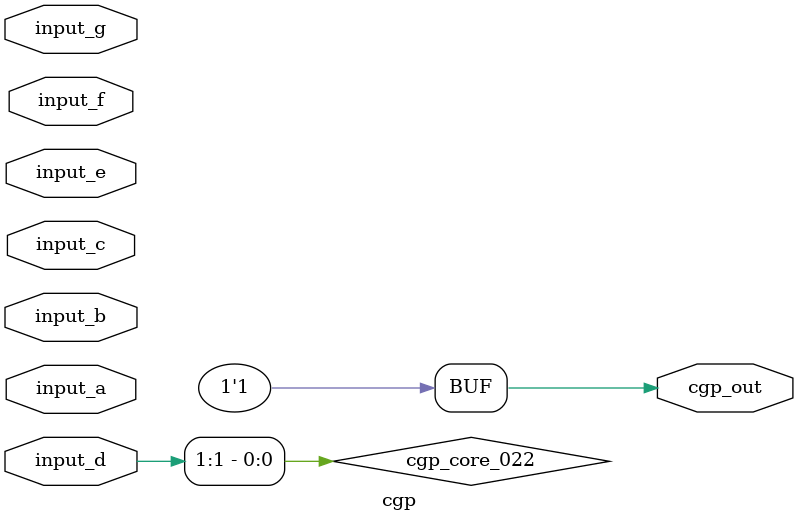
<source format=v>
module cgp(input [1:0] input_a, input [1:0] input_b, input [1:0] input_c, input [1:0] input_d, input [1:0] input_e, input [1:0] input_f, input [1:0] input_g, output [0:0] cgp_out);
  wire cgp_core_016;
  wire cgp_core_017;
  wire cgp_core_019;
  wire cgp_core_020;
  wire cgp_core_021;
  wire cgp_core_022;
  wire cgp_core_023;
  wire cgp_core_024;
  wire cgp_core_025;
  wire cgp_core_028;
  wire cgp_core_029;
  wire cgp_core_030;
  wire cgp_core_032;
  wire cgp_core_033;
  wire cgp_core_034;
  wire cgp_core_035_not;
  wire cgp_core_037;
  wire cgp_core_038;
  wire cgp_core_042;
  wire cgp_core_043_not;
  wire cgp_core_044;
  wire cgp_core_046;
  wire cgp_core_047;
  wire cgp_core_051;
  wire cgp_core_052;
  wire cgp_core_054;
  wire cgp_core_057_not;
  wire cgp_core_058;
  wire cgp_core_060;
  wire cgp_core_061;
  wire cgp_core_062;
  wire cgp_core_063;
  wire cgp_core_064;
  wire cgp_core_065;
  wire cgp_core_066;
  wire cgp_core_068;
  wire cgp_core_069;
  wire cgp_core_070;
  wire cgp_core_071;
  wire cgp_core_072;
  wire cgp_core_074;
  wire cgp_core_075;
  wire cgp_core_076;
  wire cgp_core_078;
  wire cgp_core_079;
  wire cgp_core_081;
  wire cgp_core_082;

  assign cgp_core_016 = input_f[1] ^ input_g[0];
  assign cgp_core_017 = input_d[1] & input_f[0];
  assign cgp_core_019 = input_a[0] | input_e[1];
  assign cgp_core_020 = input_c[0] & input_b[1];
  assign cgp_core_021 = ~(input_g[1] & input_b[0]);
  assign cgp_core_022 = input_d[1] & input_d[1];
  assign cgp_core_023 = input_e[1] ^ input_c[1];
  assign cgp_core_024 = input_g[0] | input_e[1];
  assign cgp_core_025 = input_d[1] ^ input_g[1];
  assign cgp_core_028 = ~(input_c[1] ^ input_d[1]);
  assign cgp_core_029 = input_b[0] ^ input_e[0];
  assign cgp_core_030 = ~(input_f[0] & cgp_core_023);
  assign cgp_core_032 = ~(input_d[1] & input_f[1]);
  assign cgp_core_033 = ~input_c[0];
  assign cgp_core_034 = ~(input_f[1] & input_d[0]);
  assign cgp_core_035_not = ~input_f[1];
  assign cgp_core_037 = ~(cgp_core_029 | input_c[1]);
  assign cgp_core_038 = ~input_b[1];
  assign cgp_core_042 = input_c[0] ^ input_d[0];
  assign cgp_core_043_not = ~input_a[0];
  assign cgp_core_044 = input_a[0] & input_f[0];
  assign cgp_core_046 = ~(input_c[1] & input_g[1]);
  assign cgp_core_047 = input_f[1] & input_d[1];
  assign cgp_core_051 = cgp_core_038 ^ input_g[0];
  assign cgp_core_052 = cgp_core_038 | input_g[1];
  assign cgp_core_054 = input_b[0] & input_a[0];
  assign cgp_core_057_not = ~input_f[1];
  assign cgp_core_058 = input_f[0] & input_c[1];
  assign cgp_core_060 = ~cgp_core_052;
  assign cgp_core_061 = input_a[0] & input_d[1];
  assign cgp_core_062 = cgp_core_051 ^ input_c[1];
  assign cgp_core_063 = ~(input_b[1] & input_f[1]);
  assign cgp_core_064 = ~(input_c[0] | input_a[0]);
  assign cgp_core_065 = ~(input_a[1] | input_g[1]);
  assign cgp_core_066 = ~(input_g[1] | cgp_core_063);
  assign cgp_core_068 = input_b[1] ^ cgp_core_063;
  assign cgp_core_069 = input_b[0] ^ input_f[1];
  assign cgp_core_070 = input_e[0] & input_b[0];
  assign cgp_core_071 = cgp_core_070 & input_d[1];
  assign cgp_core_072 = ~(input_f[0] & cgp_core_057_not);
  assign cgp_core_074 = input_d[1] | input_c[0];
  assign cgp_core_075 = input_d[1] & input_e[0];
  assign cgp_core_076 = input_e[0] & input_g[0];
  assign cgp_core_078 = input_e[0] & input_b[1];
  assign cgp_core_079 = input_f[0] | cgp_core_066;
  assign cgp_core_081 = input_b[1] | input_g[1];
  assign cgp_core_082 = input_e[1] | input_c[1];

  assign cgp_out[0] = 1'b1;
endmodule
</source>
